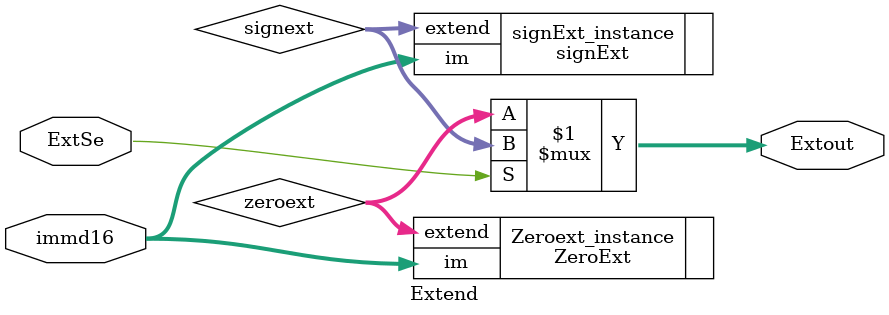
<source format=v>

module Extend(
    input   ExtSe,
    input   [15:0] immd16,
    output  [31:0] Extout
);
    wire [31:0] signext;
    wire [31:0] zeroext;

    signExt signExt_instance(
    .im(immd16),
    .extend(signext)
);  
    ZeroExt Zeroext_instance(
    .im(immd16),
    .extend(zeroext)
); 
    assign Extout = (ExtSe) ? signext : zeroext;
    
endmodule
</source>
